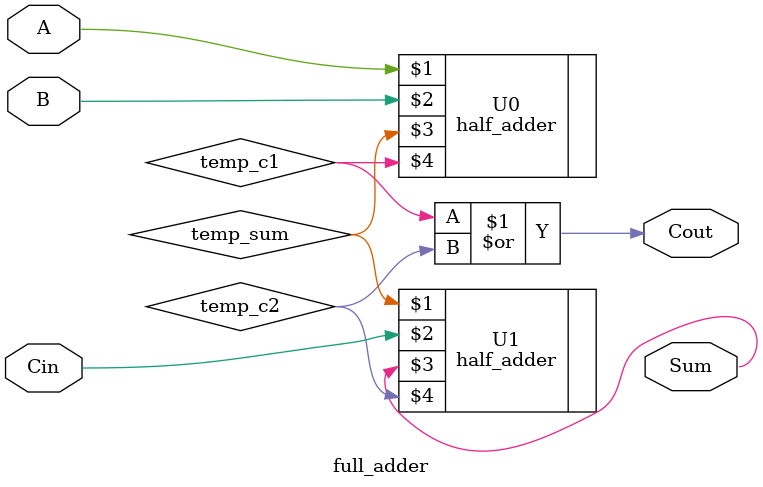
<source format=v>
module full_adder(A, B, Cin, Sum, Cout);

input A, B, Cin;
output Sum, Cout;
wire temp_sum, temp_c1, temp_c2;

half_adder U0(A, B, temp_sum, temp_c1);
half_adder U1(temp_sum, Cin, Sum, temp_c2);
or U2(Cout, temp_c1, temp_c2);

endmodule
</source>
